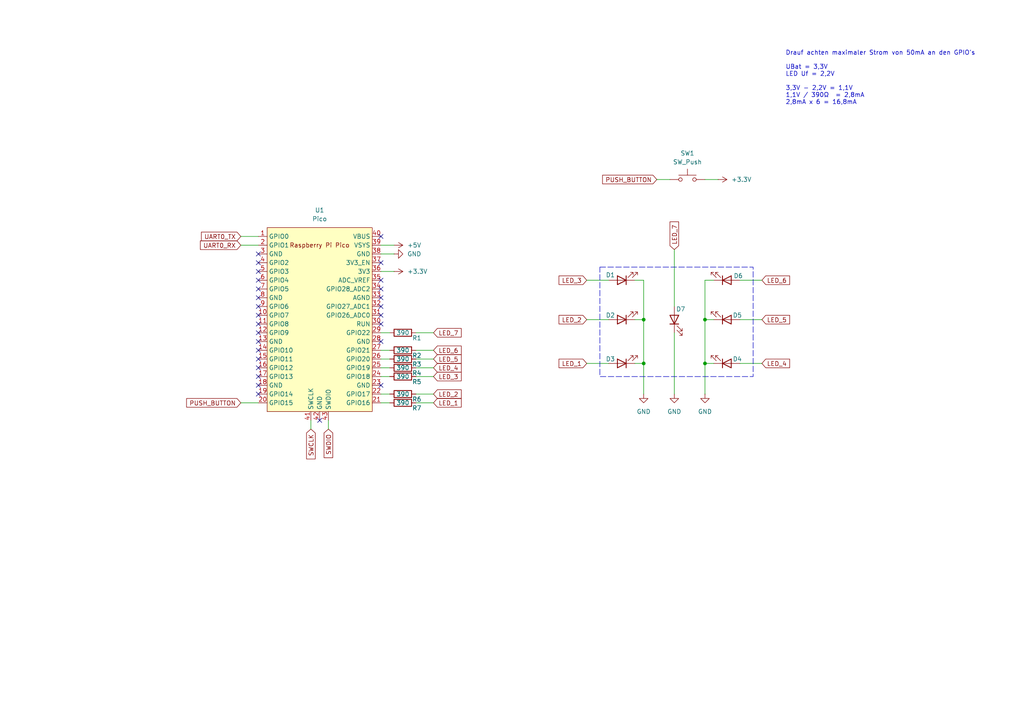
<source format=kicad_sch>
(kicad_sch (version 20231120) (generator "eeschema") (generator_version "8.0")
  (paper "A4")
  (title_block (title "Elektronischer Würfel") (date "2024-04-14") (company "Thorsten Kattanek") (comment 1 "Übung für Raspberry Pi Pico Tutorial"))
  (lib_symbols
    (symbol "Device:LED" (pin_numbers hide) (pin_names (offset 1.016) hide)
      (property "Reference" "D" (at 0 2.54 0))
      (property "Value" "LED" (at 0 -2.54 0))
      (symbol "LED_0_1"
        (polyline (pts (xy -1.27 -1.27) (xy -1.27 1.27)) (stroke (width 0.254)))
        (polyline (pts (xy -1.27 0) (xy 1.27 0)))
        (polyline (pts (xy 1.27 -1.27) (xy 1.27 1.27) (xy -1.27 0) (xy 1.27 -1.27)) (stroke (width 0.254)))
        (polyline (pts (xy -3.048 -0.762) (xy -4.572 -2.286) (xy -3.81 -2.286) (xy -4.572 -2.286) (xy -4.572 -1.524)))
        (polyline (pts (xy -1.778 -0.762) (xy -3.302 -2.286) (xy -2.54 -2.286) (xy -3.302 -2.286) (xy -3.302 -1.524)))
      )
      (symbol "LED_1_1"
        (pin passive line (at -3.81 0 0) (length 2.54) (name "K") (number "1"))
        (pin passive line (at 3.81 0 180) (length 2.54) (name "A") (number "2"))
      )
    )
    (symbol "Device:R" (pin_numbers hide) (pin_names (offset 0))
      (property "Reference" "R" (at 2.032 0 90))
      (property "Value" "R" (at 0 0 90))
      (symbol "R_0_1"
        (rectangle (start -1.016 -2.54) (end 1.016 2.54) (stroke (width 0.254)))
      )
      (symbol "R_1_1"
        (pin passive line (at 0 3.81 270) (length 1.27) (name "~") (number "1"))
        (pin passive line (at 0 -3.81 90) (length 1.27) (name "~") (number "2"))
      )
    )
    (symbol "MCU_RaspberryPi_and_Boards:Pico"
      (property "Reference" "U" (at -13.97 27.94 0))
      (property "Value" "Pico" (at 0 19.05 0))
      (symbol "Pico_0_0"
        (text "Raspberry Pi Pico" (at 0 21.59 0) (effects (font (size 1.27 1.27))))
      )
      (symbol "Pico_0_1"
        (rectangle (start -15.24 26.67) (end 15.24 -26.67) (fill (type background)))
      )
      (symbol "Pico_1_1"
        (pin bidirectional line (at -17.78 24.13 0) (length 2.54) (name "GPIO0") (number "1"))
        (pin bidirectional line (at -17.78 1.27 0) (length 2.54) (name "GPIO7") (number "10"))
        (pin bidirectional line (at -17.78 -1.27 0) (length 2.54) (name "GPIO8") (number "11"))
        (pin bidirectional line (at -17.78 -3.81 0) (length 2.54) (name "GPIO9") (number "12"))
        (pin power_in line (at -17.78 -6.35 0) (length 2.54) (name "GND") (number "13"))
        (pin bidirectional line (at -17.78 -8.89 0) (length 2.54) (name "GPIO10") (number "14"))
        (pin bidirectional line (at -17.78 -11.43 0) (length 2.54) (name "GPIO11") (number "15"))
        (pin bidirectional line (at -17.78 -13.97 0) (length 2.54) (name "GPIO12") (number "16"))
        (pin bidirectional line (at -17.78 -16.51 0) (length 2.54) (name "GPIO13") (number "17"))
        (pin power_in line (at -17.78 -19.05 0) (length 2.54) (name "GND") (number "18"))
        (pin bidirectional line (at -17.78 -21.59 0) (length 2.54) (name "GPIO14") (number "19"))
        (pin bidirectional line (at -17.78 21.59 0) (length 2.54) (name "GPIO1") (number "2"))
        (pin bidirectional line (at -17.78 -24.13 0) (length 2.54) (name "GPIO15") (number "20"))
        (pin bidirectional line (at 17.78 -24.13 180) (length 2.54) (name "GPIO16") (number "21"))
        (pin bidirectional line (at 17.78 -21.59 180) (length 2.54) (name "GPIO17") (number "22"))
        (pin power_in line (at 17.78 -19.05 180) (length 2.54) (name "GND") (number "23"))
        (pin bidirectional line (at 17.78 -16.51 180) (length 2.54) (name "GPIO18") (number "24"))
        (pin bidirectional line (at 17.78 -13.97 180) (length 2.54) (name "GPIO19") (number "25"))
        (pin bidirectional line (at 17.78 -11.43 180) (length 2.54) (name "GPIO20") (number "26"))
        (pin bidirectional line (at 17.78 -8.89 180) (length 2.54) (name "GPIO21") (number "27"))
        (pin power_in line (at 17.78 -6.35 180) (length 2.54) (name "GND") (number "28"))
        (pin bidirectional line (at 17.78 -3.81 180) (length 2.54) (name "GPIO22") (number "29"))
        (pin power_in line (at -17.78 19.05 0) (length 2.54) (name "GND") (number "3"))
        (pin input line (at 17.78 -1.27 180) (length 2.54) (name "RUN") (number "30"))
        (pin bidirectional line (at 17.78 1.27 180) (length 2.54) (name "GPIO26_ADC0") (number "31"))
        (pin bidirectional line (at 17.78 3.81 180) (length 2.54) (name "GPIO27_ADC1") (number "32"))
        (pin power_in line (at 17.78 6.35 180) (length 2.54) (name "AGND") (number "33"))
        (pin bidirectional line (at 17.78 8.89 180) (length 2.54) (name "GPIO28_ADC2") (number "34"))
        (pin power_in line (at 17.78 11.43 180) (length 2.54) (name "ADC_VREF") (number "35"))
        (pin power_in line (at 17.78 13.97 180) (length 2.54) (name "3V3") (number "36"))
        (pin input line (at 17.78 16.51 180) (length 2.54) (name "3V3_EN") (number "37"))
        (pin bidirectional line (at 17.78 19.05 180) (length 2.54) (name "GND") (number "38"))
        (pin power_in line (at 17.78 21.59 180) (length 2.54) (name "VSYS") (number "39"))
        (pin bidirectional line (at -17.78 16.51 0) (length 2.54) (name "GPIO2") (number "4"))
        (pin power_in line (at 17.78 24.13 180) (length 2.54) (name "VBUS") (number "40"))
        (pin input line (at -2.54 -29.21 90) (length 2.54) (name "SWCLK") (number "41"))
        (pin power_in line (at 0 -29.21 90) (length 2.54) (name "GND") (number "42"))
        (pin bidirectional line (at 2.54 -29.21 90) (length 2.54) (name "SWDIO") (number "43"))
        (pin bidirectional line (at -17.78 13.97 0) (length 2.54) (name "GPIO3") (number "5"))
        (pin bidirectional line (at -17.78 11.43 0) (length 2.54) (name "GPIO4") (number "6"))
        (pin bidirectional line (at -17.78 8.89 0) (length 2.54) (name "GPIO5") (number "7"))
        (pin power_in line (at -17.78 6.35 0) (length 2.54) (name "GND") (number "8"))
        (pin bidirectional line (at -17.78 3.81 0) (length 2.54) (name "GPIO6") (number "9"))
      )
    )
    (symbol "Switch:SW_Push" (pin_numbers hide) (pin_names (offset 1.016) hide)
      (property "Reference" "SW" (at 1.27 2.54 0))
      (property "Value" "SW_Push" (at 0 -1.524 0))
      (symbol "SW_Push_0_1"
        (circle (center -2.032 0) (radius 0.508))
        (polyline (pts (xy 0 1.27) (xy 0 3.048)))
        (polyline (pts (xy 2.54 1.27) (xy -2.54 1.27)))
        (circle (center 2.032 0) (radius 0.508))
        (pin passive line (at -5.08 0 0) (length 2.54) (name "1") (number "1"))
        (pin passive line (at 5.08 0 180) (length 2.54) (name "2") (number "2"))
      )
    )
    (symbol "power:+3.3V" (power) (pin_numbers hide) (pin_names (offset 0) hide)
      (property "Value" "+3.3V" (at 0 3.556 0))
      (symbol "+3.3V_0_1"
        (polyline (pts (xy -0.762 1.27) (xy 0 2.54)))
        (polyline (pts (xy 0 0) (xy 0 2.54)))
        (polyline (pts (xy 0 2.54) (xy 0.762 1.27)))
      )
      (symbol "+3.3V_1_1"
        (pin power_in line (at 0 0 90) (length 0) (name "~") (number "1"))
      )
    )
    (symbol "power:+5V" (power) (pin_numbers hide) (pin_names (offset 0) hide)
      (property "Value" "+5V" (at 0 3.556 0))
      (symbol "+5V_0_1"
        (polyline (pts (xy -0.762 1.27) (xy 0 2.54)))
        (polyline (pts (xy 0 0) (xy 0 2.54)))
        (polyline (pts (xy 0 2.54) (xy 0.762 1.27)))
      )
      (symbol "+5V_1_1"
        (pin power_in line (at 0 0 90) (length 0) (name "~") (number "1"))
      )
    )
    (symbol "power:GND" (power) (pin_numbers hide) (pin_names (offset 0) hide)
      (property "Value" "GND" (at 0 -3.81 0))
      (symbol "GND_0_1"
        (polyline (pts (xy 0 0) (xy 0 -1.27) (xy 1.27 -1.27) (xy 0 -2.54) (xy -1.27 -1.27) (xy 0 -1.27)))
      )
      (symbol "GND_1_1"
        (pin power_in line (at 0 0 270) (length 0) (name "~") (number "1"))
      )
    )
  )
  (junction (at 186.69 105.41))
  (junction (at 204.47 92.71))
  (junction (at 204.47 105.41))
  (junction (at 186.69 92.71))
  (no_connect (at 74.93 93.98))
  (no_connect (at 74.93 101.6))
  (no_connect (at 74.93 78.74))
  (no_connect (at 110.49 76.2))
  (no_connect (at 74.93 109.22))
  (no_connect (at 74.93 99.06))
  (no_connect (at 74.93 88.9))
  (no_connect (at 92.71 121.92))
  (no_connect (at 110.49 88.9))
  (no_connect (at 110.49 91.44))
  (no_connect (at 110.49 68.58))
  (no_connect (at 74.93 111.76))
  (no_connect (at 110.49 99.06))
  (no_connect (at 74.93 83.82))
  (no_connect (at 74.93 106.68))
  (no_connect (at 74.93 96.52))
  (no_connect (at 110.49 93.98))
  (no_connect (at 74.93 86.36))
  (no_connect (at 110.49 86.36))
  (no_connect (at 110.49 83.82))
  (no_connect (at 74.93 73.66))
  (no_connect (at 74.93 91.44))
  (no_connect (at 74.93 81.28))
  (no_connect (at 74.93 114.3))
  (no_connect (at 74.93 76.2))
  (no_connect (at 110.49 81.28))
  (no_connect (at 74.93 104.14))
  (no_connect (at 110.49 111.76))
  (wire (pts (xy 170.18 81.28) (xy 176.53 81.28)))
  (wire (pts (xy 120.65 114.3) (xy 125.73 114.3)))
  (wire (pts (xy 195.58 96.52) (xy 195.58 114.3)))
  (wire (pts (xy 110.49 109.22) (xy 113.03 109.22)))
  (wire (pts (xy 186.69 92.71) (xy 186.69 105.41)))
  (wire (pts (xy 110.49 116.84) (xy 113.03 116.84)))
  (wire (pts (xy 204.47 52.07) (xy 208.28 52.07)))
  (wire (pts (xy 69.85 116.84) (xy 74.93 116.84)))
  (wire (pts (xy 90.17 121.92) (xy 90.17 124.46)))
  (wire (pts (xy 120.65 106.68) (xy 125.73 106.68)))
  (wire (pts (xy 69.85 68.58) (xy 74.93 68.58)))
  (wire (pts (xy 186.69 105.41) (xy 186.69 114.3)))
  (wire (pts (xy 184.15 105.41) (xy 186.69 105.41)))
  (wire (pts (xy 120.65 96.52) (xy 125.73 96.52)))
  (wire (pts (xy 120.65 101.6) (xy 125.73 101.6)))
  (wire (pts (xy 184.15 92.71) (xy 186.69 92.71)))
  (wire (pts (xy 110.49 114.3) (xy 113.03 114.3)))
  (wire (pts (xy 204.47 105.41) (xy 204.47 114.3)))
  (wire (pts (xy 214.63 81.28) (xy 220.98 81.28)))
  (wire (pts (xy 120.65 116.84) (xy 125.73 116.84)))
  (wire (pts (xy 214.63 92.71) (xy 220.98 92.71)))
  (wire (pts (xy 184.15 81.28) (xy 186.69 81.28)))
  (wire (pts (xy 110.49 104.14) (xy 113.03 104.14)))
  (wire (pts (xy 69.85 71.12) (xy 74.93 71.12)))
  (wire (pts (xy 120.65 109.22) (xy 125.73 109.22)))
  (wire (pts (xy 214.63 105.41) (xy 220.98 105.41)))
  (wire (pts (xy 204.47 81.28) (xy 204.47 92.71)))
  (wire (pts (xy 207.01 81.28) (xy 204.47 81.28)))
  (wire (pts (xy 170.18 105.41) (xy 176.53 105.41)))
  (wire (pts (xy 110.49 96.52) (xy 113.03 96.52)))
  (wire (pts (xy 120.65 104.14) (xy 125.73 104.14)))
  (wire (pts (xy 110.49 106.68) (xy 113.03 106.68)))
  (wire (pts (xy 170.18 92.71) (xy 176.53 92.71)))
  (wire (pts (xy 110.49 78.74) (xy 114.3 78.74)))
  (wire (pts (xy 195.58 72.39) (xy 195.58 88.9)))
  (wire (pts (xy 207.01 105.41) (xy 204.47 105.41)))
  (wire (pts (xy 110.49 101.6) (xy 113.03 101.6)))
  (wire (pts (xy 110.49 73.66) (xy 114.3 73.66)))
  (wire (pts (xy 110.49 71.12) (xy 114.3 71.12)))
  (wire (pts (xy 186.69 81.28) (xy 186.69 92.71)))
  (wire (pts (xy 204.47 92.71) (xy 204.47 105.41)))
  (wire (pts (xy 95.25 121.92) (xy 95.25 124.46)))
  (wire (pts (xy 190.5 52.07) (xy 194.31 52.07)))
  (wire (pts (xy 204.47 92.71) (xy 207.01 92.71)))
  (rectangle (start 173.99 77.47) (end 218.44 109.22) (stroke (width 0) (type dash)))
  (text "Drauf achten maximaler Strom von 50mA an den GPIO's\n\nUBat = 3,3V\nLED Uf = 2,2V\n\n3,3V - 2,2V = 1,1V\n1,1V / 390Ω  = 2,8mA\n2,8mA x 6 = 16,8mA" (at 227.838 22.606 0) (effects (font (size 1.27 1.27)) (justify left)))
  (global_label "LED_3" (shape input) (at 170.18 81.28 180) (property "Intersheetrefs" "${INTERSHEET_REFS}" (effects (hide yes))))
  (global_label "PUSH_BUTTON" (shape input) (at 69.85 116.84 180) (property "Intersheetrefs" "${INTERSHEET_REFS}" (effects (hide yes))))
  (global_label "LED_4" (shape input) (at 125.73 106.68 0) (property "Intersheetrefs" "${INTERSHEET_REFS}" (effects (hide yes))))
  (global_label "LED_1" (shape input) (at 125.73 116.84 0) (property "Intersheetrefs" "${INTERSHEET_REFS}" (effects (hide yes))))
  (global_label "LED_7" (shape input) (at 195.58 72.39 90) (property "Intersheetrefs" "${INTERSHEET_REFS}" (effects (hide yes))))
  (global_label "LED_5" (shape input) (at 125.73 104.14 0) (property "Intersheetrefs" "${INTERSHEET_REFS}" (effects (hide yes))))
  (global_label "LED_2" (shape input) (at 125.73 114.3 0) (property "Intersheetrefs" "${INTERSHEET_REFS}" (effects (hide yes))))
  (global_label "LED_4" (shape input) (at 220.98 105.41 0) (property "Intersheetrefs" "${INTERSHEET_REFS}" (effects (hide yes))))
  (global_label "SWDIO" (shape input) (at 95.25 124.46 270) (property "Intersheetrefs" "${INTERSHEET_REFS}" (effects (hide yes))))
  (global_label "LED_6" (shape input) (at 220.98 81.28 0) (property "Intersheetrefs" "${INTERSHEET_REFS}" (effects (hide yes))))
  (global_label "LED_7" (shape input) (at 125.73 96.52 0) (property "Intersheetrefs" "${INTERSHEET_REFS}" (effects (hide yes))))
  (global_label "LED_5" (shape input) (at 220.98 92.71 0) (property "Intersheetrefs" "${INTERSHEET_REFS}" (effects (hide yes))))
  (global_label "UART0_RX" (shape input) (at 69.85 71.12 180) (property "Intersheetrefs" "${INTERSHEET_REFS}" (effects (hide yes))))
  (global_label "LED_3" (shape input) (at 125.73 109.22 0) (property "Intersheetrefs" "${INTERSHEET_REFS}" (effects (hide yes))))
  (global_label "LED_6" (shape input) (at 125.73 101.6 0) (property "Intersheetrefs" "${INTERSHEET_REFS}" (effects (hide yes))))
  (global_label "SWCLK" (shape input) (at 90.17 124.46 270) (property "Intersheetrefs" "${INTERSHEET_REFS}" (effects (hide yes))))
  (global_label "PUSH_BUTTON" (shape input) (at 190.5 52.07 180) (property "Intersheetrefs" "${INTERSHEET_REFS}" (effects (hide yes))))
  (global_label "UART0_TX" (shape input) (at 69.85 68.58 180) (property "Intersheetrefs" "${INTERSHEET_REFS}" (effects (hide yes))))
  (global_label "LED_1" (shape input) (at 170.18 105.41 180) (property "Intersheetrefs" "${INTERSHEET_REFS}" (effects (hide yes))))
  (global_label "LED_2" (shape input) (at 170.18 92.71 180) (property "Intersheetrefs" "${INTERSHEET_REFS}" (effects (hide yes))))
  (symbol (lib_id "Device:LED") (at 210.82 81.28 0) (mirror x) (unit 1)
    (property "Reference" "D6" (at 214.122 80.01 0))
    (property "Value" "LED" (effects (hide yes)))
    (property "Description" "Light emitting diode" (effects (hide yes)))
  )
  (symbol (lib_id "Device:R") (at 116.84 116.84 90) (unit 1)
    (property "Reference" "R7" (at 120.904 118.364 90))
    (property "Value" "390" (at 116.84 116.84 90))
    (property "Description" "Resistor" (effects (hide yes)))
  )
  (symbol (lib_id "Device:R") (at 116.84 96.52 90) (unit 1)
    (property "Reference" "R1" (at 120.904 98.044 90))
    (property "Value" "390" (at 116.84 96.52 90))
    (property "Description" "Resistor" (effects (hide yes)))
  )
  (symbol (lib_id "power:+3.3V") (at 208.28 52.07 270) (unit 1)
    (property "Reference" "#PWR05" (effects (hide yes)))
    (property "Value" "+3.3V" (at 212.09 52.0699 90) (effects (justify left)))
    (property "Description" "Power symbol creates a global label with name \"+3.3V\"" (effects (hide yes)))
  )
  (symbol (lib_id "Device:LED") (at 210.82 105.41 0) (mirror x) (unit 1)
    (property "Reference" "D4" (at 213.868 104.14 0))
    (property "Value" "LED" (effects (hide yes)))
    (property "Description" "Light emitting diode" (effects (hide yes)))
  )
  (symbol (lib_id "power:GND") (at 186.69 114.3 0) (unit 1)
    (property "Reference" "#PWR03" (effects (hide yes)))
    (property "Value" "GND" (at 186.69 119.38 0))
    (property "Description" "Power symbol creates a global label with name \"GND\" , ground" (effects (hide yes)))
  )
  (symbol (lib_id "Device:R") (at 116.84 106.68 90) (unit 1)
    (property "Reference" "R4" (at 120.904 108.204 90))
    (property "Value" "390" (at 116.84 106.68 90))
    (property "Description" "Resistor" (effects (hide yes)))
  )
  (symbol (lib_id "Device:LED") (at 180.34 81.28 180) (unit 1)
    (property "Reference" "D1" (at 177.038 79.756 0))
    (property "Value" "LED" (effects (hide yes)))
    (property "Description" "Light emitting diode" (effects (hide yes)))
  )
  (symbol (lib_id "Device:LED") (at 195.58 92.71 90) (unit 1)
    (property "Reference" "D7" (at 196.088 89.662 90) (effects (justify right)))
    (property "Value" "LED" (effects (hide yes)))
    (property "Description" "Light emitting diode" (effects (hide yes)))
  )
  (symbol (lib_id "power:+3.3V") (at 114.3 78.74 270) (unit 1)
    (property "Reference" "#PWR01" (effects (hide yes)))
    (property "Value" "+3.3V" (at 118.11 78.7399 90) (effects (justify left)))
    (property "Description" "Power symbol creates a global label with name \"+3.3V\"" (effects (hide yes)))
  )
  (symbol (lib_id "power:GND") (at 204.47 114.3 0) (unit 1)
    (property "Reference" "#PWR06" (effects (hide yes)))
    (property "Value" "GND" (at 204.47 119.38 0))
    (property "Description" "Power symbol creates a global label with name \"GND\" , ground" (effects (hide yes)))
  )
  (symbol (lib_id "Device:LED") (at 210.82 92.71 0) (mirror x) (unit 1)
    (property "Reference" "D5" (at 213.868 91.44 0))
    (property "Value" "LED" (effects (hide yes)))
    (property "Description" "Light emitting diode" (effects (hide yes)))
  )
  (symbol (lib_id "Device:R") (at 116.84 114.3 90) (unit 1)
    (property "Reference" "R6" (at 120.904 115.824 90))
    (property "Value" "390" (at 116.84 114.3 90))
    (property "Description" "Resistor" (effects (hide yes)))
  )
  (symbol (lib_id "Device:R") (at 116.84 109.22 90) (unit 1)
    (property "Reference" "R5" (at 120.904 110.744 90))
    (property "Value" "390" (at 116.84 109.22 90))
    (property "Description" "Resistor" (effects (hide yes)))
  )
  (symbol (lib_id "power:GND") (at 195.58 114.3 0) (unit 1)
    (property "Reference" "#PWR07" (effects (hide yes)))
    (property "Value" "GND" (at 195.58 119.38 0))
    (property "Description" "Power symbol creates a global label with name \"GND\" , ground" (effects (hide yes)))
  )
  (symbol (lib_id "Device:R") (at 116.84 101.6 90) (unit 1)
    (property "Reference" "R2" (at 120.904 103.124 90))
    (property "Value" "390" (at 116.84 101.6 90))
    (property "Description" "Resistor" (effects (hide yes)))
  )
  (symbol (lib_id "Device:R") (at 116.84 104.14 90) (unit 1)
    (property "Reference" "R3" (at 120.904 105.664 90))
    (property "Value" "390" (at 116.84 104.14 90))
    (property "Description" "Resistor" (effects (hide yes)))
  )
  (symbol (lib_id "MCU_RaspberryPi_and_Boards:Pico") (at 92.71 92.71 0) (unit 1)
    (property "Reference" "U1" (at 92.71 60.96 0))
    (property "Value" "Pico" (at 92.71 63.5 0))
    (property "Footprint" "RPi_Pico:RPi_Pico_SMD_TH" (effects (hide yes)))
  )
  (symbol (lib_id "Device:LED") (at 180.34 105.41 180) (unit 1)
    (property "Reference" "D3" (at 177.038 104.14 0))
    (property "Value" "LED" (effects (hide yes)))
    (property "Description" "Light emitting diode" (effects (hide yes)))
  )
  (symbol (lib_id "power:+5V") (at 114.3 71.12 270) (unit 1)
    (property "Reference" "#PWR02" (effects (hide yes)))
    (property "Value" "+5V" (at 118.11 71.1199 90) (effects (justify left)))
    (property "Description" "Power symbol creates a global label with name \"+5V\"" (effects (hide yes)))
  )
  (symbol (lib_id "power:GND") (at 114.3 73.66 90) (unit 1)
    (property "Reference" "#PWR04" (effects (hide yes)))
    (property "Value" "GND" (at 118.11 73.6599 90) (effects (justify right)))
    (property "Description" "Power symbol creates a global label with name \"GND\" , ground" (effects (hide yes)))
  )
  (symbol (lib_id "Device:LED") (at 180.34 92.71 180) (unit 1)
    (property "Reference" "D2" (at 177.038 91.44 0))
    (property "Value" "LED" (effects (hide yes)))
    (property "Description" "Light emitting diode" (effects (hide yes)))
  )
  (symbol (lib_id "Switch:SW_Push") (at 199.39 52.07 0) (unit 1)
    (property "Reference" "SW1" (at 199.39 44.45 0))
    (property "Value" "SW_Push" (at 199.39 46.99 0))
    (property "Description" "Push button switch, generic, two pins" (effects (hide yes)))
  )
)
</source>
